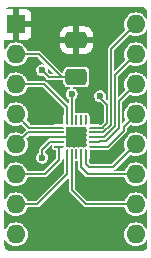
<source format=gbr>
%TF.GenerationSoftware,KiCad,Pcbnew,8.0.3*%
%TF.CreationDate,2024-10-02T14:15:04+10:00*%
%TF.ProjectId,attiny16-breakout,61747469-6e79-4313-962d-627265616b6f,rev?*%
%TF.SameCoordinates,Original*%
%TF.FileFunction,Copper,L1,Top*%
%TF.FilePolarity,Positive*%
%FSLAX46Y46*%
G04 Gerber Fmt 4.6, Leading zero omitted, Abs format (unit mm)*
G04 Created by KiCad (PCBNEW 8.0.3) date 2024-10-02 14:15:04*
%MOMM*%
%LPD*%
G01*
G04 APERTURE LIST*
G04 Aperture macros list*
%AMRoundRect*
0 Rectangle with rounded corners*
0 $1 Rounding radius*
0 $2 $3 $4 $5 $6 $7 $8 $9 X,Y pos of 4 corners*
0 Add a 4 corners polygon primitive as box body*
4,1,4,$2,$3,$4,$5,$6,$7,$8,$9,$2,$3,0*
0 Add four circle primitives for the rounded corners*
1,1,$1+$1,$2,$3*
1,1,$1+$1,$4,$5*
1,1,$1+$1,$6,$7*
1,1,$1+$1,$8,$9*
0 Add four rect primitives between the rounded corners*
20,1,$1+$1,$2,$3,$4,$5,0*
20,1,$1+$1,$4,$5,$6,$7,0*
20,1,$1+$1,$6,$7,$8,$9,0*
20,1,$1+$1,$8,$9,$2,$3,0*%
%AMFreePoly0*
4,1,14,0.334644,0.085355,0.385355,0.034644,0.400000,-0.000711,0.400000,-0.050000,0.385355,-0.085355,0.350000,-0.100000,-0.350000,-0.100000,-0.385355,-0.085355,-0.400000,-0.050000,-0.400000,0.050000,-0.385355,0.085355,-0.350000,0.100000,0.299289,0.100000,0.334644,0.085355,0.334644,0.085355,$1*%
%AMFreePoly1*
4,1,14,0.385355,0.085355,0.400000,0.050000,0.400000,0.000711,0.385355,-0.034644,0.334644,-0.085355,0.299289,-0.100000,-0.350000,-0.100000,-0.385355,-0.085355,-0.400000,-0.050000,-0.400000,0.050000,-0.385355,0.085355,-0.350000,0.100000,0.350000,0.100000,0.385355,0.085355,0.385355,0.085355,$1*%
%AMFreePoly2*
4,1,14,0.085355,0.385355,0.100000,0.350000,0.100000,-0.350000,0.085355,-0.385355,0.050000,-0.400000,-0.050000,-0.400000,-0.085355,-0.385355,-0.100000,-0.350000,-0.100000,0.299289,-0.085355,0.334644,-0.034644,0.385355,0.000711,0.400000,0.050000,0.400000,0.085355,0.385355,0.085355,0.385355,$1*%
%AMFreePoly3*
4,1,14,0.034644,0.385355,0.085355,0.334644,0.100000,0.299289,0.100000,-0.350000,0.085355,-0.385355,0.050000,-0.400000,-0.050000,-0.400000,-0.085355,-0.385355,-0.100000,-0.350000,-0.100000,0.350000,-0.085355,0.385355,-0.050000,0.400000,-0.000711,0.400000,0.034644,0.385355,0.034644,0.385355,$1*%
%AMFreePoly4*
4,1,14,0.385355,0.085355,0.400000,0.050000,0.400000,-0.050000,0.385355,-0.085355,0.350000,-0.100000,-0.299289,-0.100000,-0.334644,-0.085355,-0.385355,-0.034644,-0.400000,0.000711,-0.400000,0.050000,-0.385355,0.085355,-0.350000,0.100000,0.350000,0.100000,0.385355,0.085355,0.385355,0.085355,$1*%
%AMFreePoly5*
4,1,14,0.385355,0.085355,0.400000,0.050000,0.400000,-0.050000,0.385355,-0.085355,0.350000,-0.100000,-0.350000,-0.100000,-0.385355,-0.085355,-0.400000,-0.050000,-0.400000,-0.000711,-0.385355,0.034644,-0.334644,0.085355,-0.299289,0.100000,0.350000,0.100000,0.385355,0.085355,0.385355,0.085355,$1*%
%AMFreePoly6*
4,1,14,0.085355,0.385355,0.100000,0.350000,0.100000,-0.299289,0.085355,-0.334644,0.034644,-0.385355,-0.000711,-0.400000,-0.050000,-0.400000,-0.085355,-0.385355,-0.100000,-0.350000,-0.100000,0.350000,-0.085355,0.385355,-0.050000,0.400000,0.050000,0.400000,0.085355,0.385355,0.085355,0.385355,$1*%
%AMFreePoly7*
4,1,14,0.085355,0.385355,0.100000,0.350000,0.100000,-0.350000,0.085355,-0.385355,0.050000,-0.400000,0.000711,-0.400000,-0.034644,-0.385355,-0.085355,-0.334644,-0.100000,-0.299289,-0.100000,0.350000,-0.085355,0.385355,-0.050000,0.400000,0.050000,0.400000,0.085355,0.385355,0.085355,0.385355,$1*%
G04 Aperture macros list end*
%TA.AperFunction,SMDPad,CuDef*%
%ADD10RoundRect,0.250000X0.650000X-0.412500X0.650000X0.412500X-0.650000X0.412500X-0.650000X-0.412500X0*%
%TD*%
%TA.AperFunction,SMDPad,CuDef*%
%ADD11FreePoly0,0.000000*%
%TD*%
%TA.AperFunction,SMDPad,CuDef*%
%ADD12RoundRect,0.050000X-0.350000X-0.050000X0.350000X-0.050000X0.350000X0.050000X-0.350000X0.050000X0*%
%TD*%
%TA.AperFunction,SMDPad,CuDef*%
%ADD13FreePoly1,0.000000*%
%TD*%
%TA.AperFunction,SMDPad,CuDef*%
%ADD14FreePoly2,0.000000*%
%TD*%
%TA.AperFunction,SMDPad,CuDef*%
%ADD15RoundRect,0.050000X-0.050000X-0.350000X0.050000X-0.350000X0.050000X0.350000X-0.050000X0.350000X0*%
%TD*%
%TA.AperFunction,SMDPad,CuDef*%
%ADD16FreePoly3,0.000000*%
%TD*%
%TA.AperFunction,SMDPad,CuDef*%
%ADD17FreePoly4,0.000000*%
%TD*%
%TA.AperFunction,SMDPad,CuDef*%
%ADD18FreePoly5,0.000000*%
%TD*%
%TA.AperFunction,SMDPad,CuDef*%
%ADD19FreePoly6,0.000000*%
%TD*%
%TA.AperFunction,SMDPad,CuDef*%
%ADD20FreePoly7,0.000000*%
%TD*%
%TA.AperFunction,HeatsinkPad*%
%ADD21R,1.700000X1.700000*%
%TD*%
%TA.AperFunction,ComponentPad*%
%ADD22R,1.600000X1.600000*%
%TD*%
%TA.AperFunction,ComponentPad*%
%ADD23O,1.600000X1.600000*%
%TD*%
%TA.AperFunction,ViaPad*%
%ADD24C,0.600000*%
%TD*%
%TA.AperFunction,Conductor*%
%ADD25C,0.127000*%
%TD*%
G04 APERTURE END LIST*
D10*
%TO.P,C1,1*%
%TO.N,VCC*%
X151000000Y-95462500D03*
%TO.P,C1,2*%
%TO.N,GND*%
X151000000Y-92337500D03*
%TD*%
D11*
%TO.P,U1,1,PA2*%
%TO.N,Net-(J1-Pin_4)*%
X149550000Y-99750000D03*
D12*
%TO.P,U1,2,PA3*%
%TO.N,Net-(J1-Pin_5)*%
X149550000Y-100150000D03*
%TO.P,U1,3,GND*%
%TO.N,GND*%
X149550000Y-100550000D03*
%TO.P,U1,4,VCC*%
%TO.N,VCC*%
X149550000Y-100950000D03*
D13*
%TO.P,U1,5,PA4*%
%TO.N,Net-(J1-Pin_6)*%
X149550000Y-101350000D03*
D14*
%TO.P,U1,6,PA5*%
%TO.N,Net-(J1-Pin_7)*%
X150200000Y-102000000D03*
D15*
%TO.P,U1,7,PA6*%
%TO.N,Net-(J1-Pin_10)*%
X150600000Y-102000000D03*
%TO.P,U1,8,PA7*%
%TO.N,unconnected-(U1-PA7-Pad8)*%
X151000000Y-102000000D03*
%TO.P,U1,9,PB5*%
%TO.N,Net-(J1-Pin_11)*%
X151400000Y-102000000D03*
D16*
%TO.P,U1,10,PB4*%
%TO.N,Net-(J1-Pin_12)*%
X151800000Y-102000000D03*
D17*
%TO.P,U1,11,PB3*%
%TO.N,Net-(J1-Pin_13)*%
X152450000Y-101350000D03*
D12*
%TO.P,U1,12,PB2*%
%TO.N,Net-(J1-Pin_14)*%
X152450000Y-100950000D03*
%TO.P,U1,13,PB1*%
%TO.N,Net-(J1-Pin_15)*%
X152450000Y-100550000D03*
%TO.P,U1,14,PB0*%
%TO.N,Net-(J1-Pin_16)*%
X152450000Y-100150000D03*
D18*
%TO.P,U1,15,PC0*%
%TO.N,Net-(J1-Pin_9)*%
X152450000Y-99750000D03*
D19*
%TO.P,U1,16,PC1*%
%TO.N,unconnected-(U1-PC1-Pad16)*%
X151800000Y-99100000D03*
D15*
%TO.P,U1,17,PC2*%
%TO.N,unconnected-(U1-PC2-Pad17)*%
X151400000Y-99100000D03*
%TO.P,U1,18,PC3*%
%TO.N,unconnected-(U1-PC3-Pad18)*%
X151000000Y-99100000D03*
%TO.P,U1,19,~{RESET}/PA0*%
%TO.N,Net-(J1-Pin_8)*%
X150600000Y-99100000D03*
D20*
%TO.P,U1,20,PA1*%
%TO.N,Net-(J1-Pin_3)*%
X150200000Y-99100000D03*
D21*
%TO.P,U1,21,GND*%
%TO.N,GND*%
X151000000Y-100550000D03*
%TD*%
D22*
%TO.P,J1,1,Pin_1*%
%TO.N,GND*%
X145880000Y-91000000D03*
D23*
%TO.P,J1,2,Pin_2*%
%TO.N,VCC*%
X145880000Y-93540000D03*
%TO.P,J1,3,Pin_3*%
%TO.N,Net-(J1-Pin_3)*%
X145880000Y-96080000D03*
%TO.P,J1,4,Pin_4*%
%TO.N,Net-(J1-Pin_4)*%
X145880000Y-98620000D03*
%TO.P,J1,5,Pin_5*%
%TO.N,Net-(J1-Pin_5)*%
X145880000Y-101160000D03*
%TO.P,J1,6,Pin_6*%
%TO.N,Net-(J1-Pin_6)*%
X145880000Y-103700000D03*
%TO.P,J1,7,Pin_7*%
%TO.N,Net-(J1-Pin_7)*%
X145880000Y-106240000D03*
%TO.P,J1,8,Pin_8*%
%TO.N,Net-(J1-Pin_8)*%
X145880000Y-108780000D03*
%TO.P,J1,9,Pin_9*%
%TO.N,Net-(J1-Pin_9)*%
X156040000Y-108780000D03*
%TO.P,J1,10,Pin_10*%
%TO.N,Net-(J1-Pin_10)*%
X156040000Y-106240000D03*
%TO.P,J1,11,Pin_11*%
%TO.N,Net-(J1-Pin_11)*%
X156040000Y-103700000D03*
%TO.P,J1,12,Pin_12*%
%TO.N,Net-(J1-Pin_12)*%
X156040000Y-101160000D03*
%TO.P,J1,13,Pin_13*%
%TO.N,Net-(J1-Pin_13)*%
X156040000Y-98620000D03*
%TO.P,J1,14,Pin_14*%
%TO.N,Net-(J1-Pin_14)*%
X156040000Y-96080000D03*
%TO.P,J1,15,Pin_15*%
%TO.N,Net-(J1-Pin_15)*%
X156040000Y-93540000D03*
%TO.P,J1,16,Pin_16*%
%TO.N,Net-(J1-Pin_16)*%
X156040000Y-91000000D03*
%TD*%
D24*
%TO.N,GND*%
X146900000Y-102350000D03*
X148100000Y-91950000D03*
%TO.N,VCC*%
X148100000Y-94900000D03*
X148100000Y-102300000D03*
%TO.N,Net-(J1-Pin_8)*%
X150600000Y-96900000D03*
%TO.N,Net-(J1-Pin_9)*%
X153000000Y-97100000D03*
%TD*%
D25*
%TO.N,GND*%
X148100000Y-91950000D02*
X147150000Y-91000000D01*
X147150000Y-91000000D02*
X145880000Y-91000000D01*
%TO.N,VCC*%
X151000000Y-95462500D02*
X149762500Y-95462500D01*
X148100000Y-94900000D02*
X148662500Y-95462500D01*
X148662500Y-95462500D02*
X151000000Y-95462500D01*
X148100000Y-102300000D02*
X148100000Y-101600000D01*
X148750000Y-100950000D02*
X149550000Y-100950000D01*
X149762500Y-95462500D02*
X147840000Y-93540000D01*
X148100000Y-101600000D02*
X148750000Y-100950000D01*
X147840000Y-93540000D02*
X145880000Y-93540000D01*
%TO.N,Net-(J1-Pin_8)*%
X150600000Y-99100000D02*
X150600000Y-96900000D01*
%TO.N,Net-(J1-Pin_12)*%
X151800000Y-102800000D02*
X152100000Y-103100000D01*
X152100000Y-103100000D02*
X154100000Y-103100000D01*
X151800000Y-102000000D02*
X151800000Y-102800000D01*
X154100000Y-103100000D02*
X156040000Y-101160000D01*
%TO.N,Net-(J1-Pin_5)*%
X149550000Y-100150000D02*
X146890000Y-100150000D01*
X146890000Y-100150000D02*
X145880000Y-101160000D01*
%TO.N,Net-(J1-Pin_15)*%
X154273000Y-99627000D02*
X154273000Y-95307000D01*
X153350000Y-100550000D02*
X154273000Y-99627000D01*
X152450000Y-100550000D02*
X153350000Y-100550000D01*
X154273000Y-95307000D02*
X156040000Y-93540000D01*
%TO.N,Net-(J1-Pin_16)*%
X153946000Y-99491552D02*
X153946000Y-93094000D01*
X152450000Y-100150000D02*
X153287552Y-100150000D01*
X153946000Y-93094000D02*
X156040000Y-91000000D01*
X153287552Y-100150000D02*
X153946000Y-99491552D01*
%TO.N,Net-(J1-Pin_4)*%
X149550000Y-99750000D02*
X147010000Y-99750000D01*
X147010000Y-99750000D02*
X145880000Y-98620000D01*
%TO.N,Net-(J1-Pin_10)*%
X150600000Y-102000000D02*
X150600000Y-105000000D01*
X150600000Y-105000000D02*
X151840000Y-106240000D01*
X151840000Y-106240000D02*
X156040000Y-106240000D01*
%TO.N,Net-(J1-Pin_7)*%
X147660000Y-106240000D02*
X145880000Y-106240000D01*
X150200000Y-103700000D02*
X147660000Y-106240000D01*
X150200000Y-102000000D02*
X150200000Y-103700000D01*
%TO.N,Net-(J1-Pin_6)*%
X149550000Y-101350000D02*
X149550000Y-102450000D01*
X148300000Y-103700000D02*
X145880000Y-103700000D01*
X149550000Y-102450000D02*
X148300000Y-103700000D01*
%TO.N,Net-(J1-Pin_3)*%
X148280000Y-96080000D02*
X145880000Y-96080000D01*
X150200000Y-99100000D02*
X150200000Y-98000000D01*
X150200000Y-98000000D02*
X148280000Y-96080000D01*
%TO.N,Net-(J1-Pin_9)*%
X153000000Y-97200000D02*
X153000000Y-97100000D01*
X152450000Y-99750000D02*
X153225104Y-99750000D01*
X153600000Y-97800000D02*
X153000000Y-97200000D01*
X153600000Y-99375104D02*
X153600000Y-97800000D01*
X153287552Y-99687552D02*
X153600000Y-99375104D01*
X153225104Y-99750000D02*
X153287552Y-99687552D01*
%TO.N,Net-(J1-Pin_11)*%
X152000000Y-103700000D02*
X156040000Y-103700000D01*
X151400000Y-102000000D02*
X151400000Y-103100000D01*
X151400000Y-103100000D02*
X152000000Y-103700000D01*
%TO.N,Net-(J1-Pin_14)*%
X152894742Y-100950000D02*
X152944742Y-100900000D01*
X152450000Y-100950000D02*
X152894742Y-100950000D01*
X152944742Y-100900000D02*
X153500000Y-100900000D01*
X153500000Y-100900000D02*
X154600000Y-99800000D01*
X154600000Y-97520000D02*
X156040000Y-96080000D01*
X154600000Y-99800000D02*
X154600000Y-97520000D01*
%TO.N,Net-(J1-Pin_13)*%
X155000000Y-99660000D02*
X156040000Y-98620000D01*
X153650000Y-101350000D02*
X155000000Y-100000000D01*
X155000000Y-100000000D02*
X155000000Y-99660000D01*
X152450000Y-101350000D02*
X153650000Y-101350000D01*
%TD*%
%TA.AperFunction,Conductor*%
%TO.N,GND*%
G36*
X151227219Y-99669234D02*
G01*
X151252260Y-99685966D01*
X151325326Y-99700500D01*
X151474674Y-99700500D01*
X151547740Y-99685966D01*
X151568556Y-99672056D01*
X151605337Y-99664739D01*
X151624133Y-99672835D01*
X151632468Y-99678749D01*
X151671359Y-99694858D01*
X151750000Y-99710500D01*
X151750003Y-99710500D01*
X151790500Y-99710500D01*
X151825148Y-99724852D01*
X151839500Y-99759500D01*
X151839500Y-99800000D01*
X151850510Y-99855351D01*
X151855142Y-99878641D01*
X151855142Y-99878642D01*
X151871249Y-99917529D01*
X151878295Y-99928743D01*
X151884576Y-99965717D01*
X151877548Y-99982033D01*
X151864033Y-100002260D01*
X151849500Y-100075322D01*
X151849500Y-100224677D01*
X151864033Y-100297739D01*
X151880763Y-100322778D01*
X151888079Y-100359560D01*
X151880763Y-100377222D01*
X151864033Y-100402260D01*
X151849500Y-100475322D01*
X151849500Y-100624677D01*
X151864033Y-100697739D01*
X151880763Y-100722778D01*
X151888079Y-100759560D01*
X151880763Y-100777222D01*
X151864033Y-100802260D01*
X151849500Y-100875322D01*
X151849500Y-101024677D01*
X151864033Y-101097738D01*
X151877943Y-101118556D01*
X151885259Y-101155339D01*
X151877166Y-101174131D01*
X151871249Y-101182470D01*
X151855142Y-101221357D01*
X151855142Y-101221358D01*
X151855142Y-101221359D01*
X151839500Y-101300000D01*
X151839500Y-101300003D01*
X151839500Y-101340500D01*
X151825148Y-101375148D01*
X151790500Y-101389500D01*
X151750000Y-101389500D01*
X151697231Y-101399996D01*
X151671358Y-101405142D01*
X151671357Y-101405142D01*
X151632468Y-101421250D01*
X151621254Y-101428296D01*
X151584281Y-101434576D01*
X151567965Y-101427548D01*
X151567389Y-101427163D01*
X151547740Y-101414034D01*
X151547737Y-101414033D01*
X151474677Y-101399500D01*
X151474674Y-101399500D01*
X151325326Y-101399500D01*
X151325322Y-101399500D01*
X151252260Y-101414033D01*
X151227222Y-101430763D01*
X151190440Y-101438079D01*
X151172778Y-101430763D01*
X151147739Y-101414033D01*
X151074677Y-101399500D01*
X151074674Y-101399500D01*
X150925326Y-101399500D01*
X150925322Y-101399500D01*
X150852260Y-101414033D01*
X150827222Y-101430763D01*
X150790440Y-101438079D01*
X150772778Y-101430763D01*
X150747739Y-101414033D01*
X150674677Y-101399500D01*
X150674674Y-101399500D01*
X150525326Y-101399500D01*
X150525322Y-101399500D01*
X150452262Y-101414033D01*
X150452260Y-101414033D01*
X150452260Y-101414034D01*
X150431441Y-101427944D01*
X150394659Y-101435259D01*
X150375865Y-101427163D01*
X150367534Y-101421251D01*
X150367532Y-101421250D01*
X150328642Y-101405142D01*
X150302769Y-101399996D01*
X150250000Y-101389500D01*
X150209500Y-101389500D01*
X150174852Y-101375148D01*
X150160500Y-101340500D01*
X150160500Y-101300003D01*
X150160500Y-101300000D01*
X150144858Y-101221359D01*
X150128749Y-101182468D01*
X150121704Y-101171257D01*
X150115421Y-101134286D01*
X150122448Y-101117970D01*
X150127067Y-101111056D01*
X150149832Y-101092699D01*
X150172096Y-101083920D01*
X150292564Y-100992564D01*
X150383919Y-100872097D01*
X150439387Y-100731440D01*
X150449167Y-100650000D01*
X149932013Y-100650000D01*
X149927089Y-100649516D01*
X149927068Y-100649736D01*
X149924675Y-100649500D01*
X149924674Y-100649500D01*
X149175326Y-100649500D01*
X149175324Y-100649500D01*
X149172932Y-100649736D01*
X149172910Y-100649516D01*
X149167987Y-100650000D01*
X148650832Y-100650000D01*
X148652731Y-100665808D01*
X148642614Y-100701920D01*
X148622834Y-100716920D01*
X148600455Y-100726190D01*
X147950456Y-101376192D01*
X147876193Y-101450453D01*
X147876193Y-101450454D01*
X147836000Y-101547485D01*
X147836000Y-101847959D01*
X147821648Y-101882607D01*
X147813492Y-101889180D01*
X147768872Y-101917856D01*
X147674625Y-102026623D01*
X147674624Y-102026625D01*
X147614833Y-102157545D01*
X147594353Y-102299997D01*
X147594353Y-102300002D01*
X147614833Y-102442454D01*
X147646935Y-102512746D01*
X147674623Y-102573373D01*
X147674624Y-102573374D01*
X147674625Y-102573376D01*
X147731009Y-102638447D01*
X147768872Y-102682143D01*
X147889947Y-102759953D01*
X147966785Y-102782514D01*
X148028034Y-102800499D01*
X148028037Y-102800499D01*
X148028039Y-102800500D01*
X148028040Y-102800500D01*
X148171960Y-102800500D01*
X148171961Y-102800500D01*
X148171963Y-102800499D01*
X148171965Y-102800499D01*
X148194795Y-102793795D01*
X148310053Y-102759953D01*
X148431128Y-102682143D01*
X148525377Y-102573373D01*
X148585165Y-102442457D01*
X148585165Y-102442455D01*
X148585166Y-102442454D01*
X148605647Y-102300002D01*
X148605647Y-102299997D01*
X148585166Y-102157545D01*
X148553777Y-102088814D01*
X148525377Y-102026627D01*
X148498756Y-101995905D01*
X148431127Y-101917856D01*
X148386508Y-101889180D01*
X148365120Y-101858374D01*
X148364000Y-101847959D01*
X148364000Y-101729648D01*
X148378352Y-101695000D01*
X148845001Y-101228352D01*
X148879649Y-101214000D01*
X148896900Y-101214000D01*
X148931548Y-101228352D01*
X148945900Y-101263000D01*
X148944958Y-101272559D01*
X148939500Y-101299994D01*
X148939500Y-101300000D01*
X148939500Y-101400000D01*
X148949536Y-101450456D01*
X148955142Y-101478641D01*
X148955142Y-101478642D01*
X148971250Y-101517531D01*
X149007879Y-101575826D01*
X149007880Y-101575827D01*
X149082465Y-101628747D01*
X149082467Y-101628749D01*
X149100082Y-101636045D01*
X149121359Y-101644858D01*
X149200000Y-101660500D01*
X149237000Y-101660500D01*
X149271648Y-101674852D01*
X149286000Y-101709500D01*
X149286000Y-102320351D01*
X149271648Y-102354999D01*
X148205000Y-103421648D01*
X148170352Y-103436000D01*
X146881777Y-103436000D01*
X146847129Y-103421648D01*
X146834887Y-103401224D01*
X146821421Y-103356833D01*
X146808814Y-103315273D01*
X146715910Y-103141462D01*
X146715907Y-103141458D01*
X146715905Y-103141455D01*
X146638786Y-103047487D01*
X146590883Y-102989117D01*
X146519227Y-102930310D01*
X146438544Y-102864094D01*
X146438541Y-102864092D01*
X146438539Y-102864091D01*
X146438538Y-102864090D01*
X146319568Y-102800499D01*
X146264726Y-102771185D01*
X146076132Y-102713976D01*
X145880000Y-102694659D01*
X145683867Y-102713976D01*
X145683866Y-102713976D01*
X145495273Y-102771185D01*
X145321458Y-102864092D01*
X145321455Y-102864094D01*
X145169117Y-102989117D01*
X145044094Y-103141455D01*
X145044092Y-103141458D01*
X145025060Y-103177064D01*
X145005061Y-103214481D01*
X144992714Y-103237580D01*
X144963724Y-103261371D01*
X144926401Y-103257695D01*
X144902610Y-103228705D01*
X144900500Y-103214481D01*
X144900500Y-101645518D01*
X144914852Y-101610870D01*
X144949500Y-101596518D01*
X144984148Y-101610870D01*
X144992714Y-101622420D01*
X145044089Y-101718537D01*
X145044094Y-101718544D01*
X145110310Y-101799227D01*
X145169117Y-101870883D01*
X145226355Y-101917857D01*
X145321455Y-101995905D01*
X145321458Y-101995907D01*
X145321462Y-101995910D01*
X145495273Y-102088814D01*
X145683868Y-102146024D01*
X145880000Y-102165341D01*
X146076132Y-102146024D01*
X146264727Y-102088814D01*
X146438538Y-101995910D01*
X146590883Y-101870883D01*
X146715910Y-101718538D01*
X146808814Y-101544727D01*
X146866024Y-101356132D01*
X146885341Y-101160000D01*
X146866024Y-100963868D01*
X146808814Y-100775273D01*
X146780755Y-100722778D01*
X146766473Y-100696059D01*
X146762797Y-100658736D01*
X146775037Y-100638314D01*
X146985001Y-100428352D01*
X147019649Y-100414000D01*
X148599919Y-100414000D01*
X148634567Y-100428352D01*
X148637139Y-100434562D01*
X148650833Y-100450000D01*
X149167987Y-100450000D01*
X149172910Y-100450483D01*
X149172932Y-100450264D01*
X149175325Y-100450499D01*
X149175326Y-100450500D01*
X149175327Y-100450500D01*
X149924673Y-100450500D01*
X149924674Y-100450500D01*
X149924674Y-100450499D01*
X149927068Y-100450264D01*
X149927089Y-100450483D01*
X149932013Y-100450000D01*
X150449167Y-100450000D01*
X150449167Y-100449999D01*
X150439387Y-100368559D01*
X150383919Y-100227902D01*
X150292564Y-100107435D01*
X150172094Y-100016078D01*
X150149830Y-100007298D01*
X150127065Y-99988939D01*
X150122055Y-99981441D01*
X150114740Y-99944661D01*
X150122838Y-99925862D01*
X150128749Y-99917532D01*
X150140153Y-99889999D01*
X150144858Y-99878641D01*
X150160500Y-99800000D01*
X150160500Y-99759500D01*
X150174852Y-99724852D01*
X150209500Y-99710500D01*
X150249997Y-99710500D01*
X150250000Y-99710500D01*
X150328641Y-99694858D01*
X150367532Y-99678749D01*
X150378740Y-99671705D01*
X150415712Y-99665422D01*
X150432034Y-99672451D01*
X150452260Y-99685966D01*
X150525326Y-99700500D01*
X150674674Y-99700500D01*
X150747740Y-99685966D01*
X150772778Y-99669235D01*
X150809559Y-99661919D01*
X150827219Y-99669234D01*
X150852260Y-99685966D01*
X150925326Y-99700500D01*
X151074674Y-99700500D01*
X151147740Y-99685966D01*
X151172778Y-99669235D01*
X151209559Y-99661919D01*
X151227219Y-99669234D01*
G37*
%TD.AperFunction*%
%TA.AperFunction,Conductor*%
G36*
X156502733Y-89500808D02*
G01*
X156605665Y-89512406D01*
X156616361Y-89514847D01*
X156711519Y-89548144D01*
X156721393Y-89552899D01*
X156806759Y-89606538D01*
X156815337Y-89613379D01*
X156886620Y-89684662D01*
X156893461Y-89693240D01*
X156947097Y-89778600D01*
X156951858Y-89788487D01*
X156985151Y-89883637D01*
X156987593Y-89894333D01*
X156999192Y-89997265D01*
X156999500Y-90002752D01*
X156999500Y-90477064D01*
X156985148Y-90511712D01*
X156950500Y-90526064D01*
X156915852Y-90511712D01*
X156907286Y-90500163D01*
X156875910Y-90441462D01*
X156875907Y-90441458D01*
X156875905Y-90441455D01*
X156822537Y-90376427D01*
X156750883Y-90289117D01*
X156679227Y-90230310D01*
X156598544Y-90164094D01*
X156598541Y-90164092D01*
X156598539Y-90164091D01*
X156598538Y-90164090D01*
X156518592Y-90121358D01*
X156424726Y-90071185D01*
X156236132Y-90013976D01*
X156040000Y-89994659D01*
X155843867Y-90013976D01*
X155843866Y-90013976D01*
X155655273Y-90071185D01*
X155481458Y-90164092D01*
X155481455Y-90164094D01*
X155329117Y-90289117D01*
X155204094Y-90441455D01*
X155204092Y-90441458D01*
X155111185Y-90615273D01*
X155053976Y-90803866D01*
X155053976Y-90803867D01*
X155034659Y-90999999D01*
X155034659Y-91000000D01*
X155053976Y-91196132D01*
X155053976Y-91196133D01*
X155111186Y-91384728D01*
X155153526Y-91463940D01*
X155157202Y-91501262D01*
X155144960Y-91521686D01*
X153796456Y-92870192D01*
X153722193Y-92944453D01*
X153722193Y-92944454D01*
X153682000Y-93041485D01*
X153682000Y-97390352D01*
X153667648Y-97425000D01*
X153633000Y-97439352D01*
X153598352Y-97425000D01*
X153487478Y-97314126D01*
X153473126Y-97279478D01*
X153477554Y-97259122D01*
X153485166Y-97242454D01*
X153505647Y-97100002D01*
X153505647Y-97099997D01*
X153485166Y-96957545D01*
X153480751Y-96947879D01*
X153425377Y-96826627D01*
X153331128Y-96717857D01*
X153210053Y-96640047D01*
X153210050Y-96640046D01*
X153071965Y-96599500D01*
X153071961Y-96599500D01*
X152928039Y-96599500D01*
X152928034Y-96599500D01*
X152789949Y-96640046D01*
X152668871Y-96717857D01*
X152574625Y-96826623D01*
X152574624Y-96826625D01*
X152514833Y-96957545D01*
X152494353Y-97099997D01*
X152494353Y-97100002D01*
X152514833Y-97242454D01*
X152531742Y-97279478D01*
X152574623Y-97373373D01*
X152574624Y-97373374D01*
X152574625Y-97373376D01*
X152668871Y-97482142D01*
X152668872Y-97482143D01*
X152789947Y-97559953D01*
X152866785Y-97582514D01*
X152928034Y-97600499D01*
X152928037Y-97600499D01*
X152928039Y-97600500D01*
X153006852Y-97600500D01*
X153041500Y-97614852D01*
X153321648Y-97895000D01*
X153336000Y-97929648D01*
X153336000Y-99245455D01*
X153321648Y-99280103D01*
X153130103Y-99471648D01*
X153095455Y-99486000D01*
X152953937Y-99486000D01*
X152925584Y-99476964D01*
X152923615Y-99475567D01*
X152917532Y-99471251D01*
X152917530Y-99471250D01*
X152917529Y-99471249D01*
X152878642Y-99455142D01*
X152850190Y-99449483D01*
X152800000Y-99439500D01*
X152159500Y-99439500D01*
X152124852Y-99425148D01*
X152110500Y-99390500D01*
X152110500Y-98750003D01*
X152110500Y-98750000D01*
X152094858Y-98671359D01*
X152078749Y-98632468D01*
X152055874Y-98596063D01*
X152042120Y-98574173D01*
X152042119Y-98574172D01*
X151967534Y-98521252D01*
X151967532Y-98521250D01*
X151928642Y-98505142D01*
X151908980Y-98501231D01*
X151850000Y-98489500D01*
X151750000Y-98489500D01*
X151691019Y-98501231D01*
X151671358Y-98505142D01*
X151671357Y-98505142D01*
X151632468Y-98521250D01*
X151621254Y-98528296D01*
X151584281Y-98534576D01*
X151567965Y-98527548D01*
X151547740Y-98514034D01*
X151547737Y-98514033D01*
X151474677Y-98499500D01*
X151474674Y-98499500D01*
X151325326Y-98499500D01*
X151325322Y-98499500D01*
X151252260Y-98514033D01*
X151227222Y-98530763D01*
X151190440Y-98538079D01*
X151172778Y-98530763D01*
X151147739Y-98514033D01*
X151074677Y-98499500D01*
X151074674Y-98499500D01*
X150925326Y-98499500D01*
X150925318Y-98499500D01*
X150922550Y-98500051D01*
X150885769Y-98492728D01*
X150864940Y-98461541D01*
X150864000Y-98451991D01*
X150864000Y-97352039D01*
X150878352Y-97317391D01*
X150886505Y-97310819D01*
X150931128Y-97282143D01*
X151025377Y-97173373D01*
X151085165Y-97042457D01*
X151085165Y-97042455D01*
X151085166Y-97042454D01*
X151105647Y-96900002D01*
X151105647Y-96899997D01*
X151085166Y-96757545D01*
X151067041Y-96717857D01*
X151025377Y-96626627D01*
X150986068Y-96581262D01*
X150931128Y-96517857D01*
X150929044Y-96516518D01*
X150810053Y-96440047D01*
X150810050Y-96440046D01*
X150746939Y-96421515D01*
X150717738Y-96397983D01*
X150713729Y-96360695D01*
X150737261Y-96331494D01*
X150760744Y-96325500D01*
X151704256Y-96325500D01*
X151704266Y-96325500D01*
X151734699Y-96322646D01*
X151862882Y-96277793D01*
X151865132Y-96276133D01*
X151972150Y-96197150D01*
X152052791Y-96087885D01*
X152052791Y-96087884D01*
X152052793Y-96087882D01*
X152097646Y-95959699D01*
X152100500Y-95929266D01*
X152100500Y-94995734D01*
X152097646Y-94965301D01*
X152074796Y-94900000D01*
X152052795Y-94837123D01*
X152052791Y-94837114D01*
X151972150Y-94727849D01*
X151862885Y-94647208D01*
X151862876Y-94647204D01*
X151734698Y-94602353D01*
X151704275Y-94599500D01*
X151704266Y-94599500D01*
X150295734Y-94599500D01*
X150295724Y-94599500D01*
X150265301Y-94602353D01*
X150265300Y-94602353D01*
X150137123Y-94647204D01*
X150137114Y-94647208D01*
X150027849Y-94727849D01*
X149947208Y-94837114D01*
X149947204Y-94837123D01*
X149902353Y-94965300D01*
X149902353Y-94965301D01*
X149899500Y-94995724D01*
X149899500Y-95107851D01*
X149885148Y-95142499D01*
X149850500Y-95156851D01*
X149815852Y-95142499D01*
X147989547Y-93316194D01*
X147989545Y-93316193D01*
X147989544Y-93316192D01*
X147932706Y-93292648D01*
X147892514Y-93276000D01*
X147892513Y-93276000D01*
X146881777Y-93276000D01*
X146847129Y-93261648D01*
X146834887Y-93241224D01*
X146827946Y-93218343D01*
X146808814Y-93155273D01*
X146715910Y-92981462D01*
X146715907Y-92981458D01*
X146715905Y-92981455D01*
X146662537Y-92916427D01*
X146590883Y-92829117D01*
X146555380Y-92799980D01*
X149600001Y-92799980D01*
X149610493Y-92902693D01*
X149665642Y-93069122D01*
X149757682Y-93218343D01*
X149881656Y-93342317D01*
X150030877Y-93434357D01*
X150197306Y-93489506D01*
X150300018Y-93499999D01*
X150749999Y-93499999D01*
X151250000Y-93499999D01*
X151699980Y-93499999D01*
X151802693Y-93489506D01*
X151969122Y-93434357D01*
X152118343Y-93342317D01*
X152242317Y-93218343D01*
X152334357Y-93069122D01*
X152389506Y-92902693D01*
X152400000Y-92799981D01*
X152400000Y-92587500D01*
X151250000Y-92587500D01*
X151250000Y-93499999D01*
X150749999Y-93499999D01*
X150750000Y-93499998D01*
X150750000Y-92587500D01*
X149600001Y-92587500D01*
X149600001Y-92799980D01*
X146555380Y-92799980D01*
X146519227Y-92770310D01*
X146438544Y-92704094D01*
X146438541Y-92704092D01*
X146438539Y-92704091D01*
X146438538Y-92704090D01*
X146358592Y-92661358D01*
X146264726Y-92611185D01*
X146076132Y-92553976D01*
X145880000Y-92534659D01*
X145683867Y-92553976D01*
X145683866Y-92553976D01*
X145495273Y-92611185D01*
X145321458Y-92704092D01*
X145321455Y-92704094D01*
X145169117Y-92829117D01*
X145044094Y-92981455D01*
X145044092Y-92981458D01*
X145044090Y-92981462D01*
X145005061Y-93054481D01*
X144992714Y-93077580D01*
X144963724Y-93101371D01*
X144926401Y-93097695D01*
X144902610Y-93068705D01*
X144900500Y-93054481D01*
X144900500Y-92337270D01*
X144914852Y-92302622D01*
X144949500Y-92288270D01*
X144966628Y-92291361D01*
X144972626Y-92293598D01*
X145032165Y-92300000D01*
X145630000Y-92300000D01*
X145630000Y-91315686D01*
X145634394Y-91320080D01*
X145725606Y-91372741D01*
X145827339Y-91400000D01*
X145932661Y-91400000D01*
X146034394Y-91372741D01*
X146125606Y-91320080D01*
X146130000Y-91315686D01*
X146130000Y-92300000D01*
X146727834Y-92300000D01*
X146787372Y-92293598D01*
X146787373Y-92293598D01*
X146922091Y-92243351D01*
X147037188Y-92157188D01*
X147123351Y-92042091D01*
X147173598Y-91907373D01*
X147173598Y-91907372D01*
X147177077Y-91875018D01*
X149600000Y-91875018D01*
X149600000Y-92087500D01*
X150750000Y-92087500D01*
X151250000Y-92087500D01*
X152399999Y-92087500D01*
X152399999Y-91875019D01*
X152389506Y-91772306D01*
X152334357Y-91605877D01*
X152242317Y-91456656D01*
X152118343Y-91332682D01*
X151969122Y-91240642D01*
X151802693Y-91185493D01*
X151699981Y-91175000D01*
X151250000Y-91175000D01*
X151250000Y-92087500D01*
X150750000Y-92087500D01*
X150750000Y-91175000D01*
X150300019Y-91175000D01*
X150197306Y-91185493D01*
X150030877Y-91240642D01*
X149881656Y-91332682D01*
X149757682Y-91456656D01*
X149665642Y-91605877D01*
X149610493Y-91772306D01*
X149600000Y-91875018D01*
X147177077Y-91875018D01*
X147180000Y-91847834D01*
X147180000Y-91250000D01*
X146195686Y-91250000D01*
X146200080Y-91245606D01*
X146252741Y-91154394D01*
X146280000Y-91052661D01*
X146280000Y-90947339D01*
X146252741Y-90845606D01*
X146200080Y-90754394D01*
X146195686Y-90750000D01*
X147180000Y-90750000D01*
X147180000Y-90152165D01*
X147173598Y-90092627D01*
X147173598Y-90092626D01*
X147123351Y-89957908D01*
X147037188Y-89842811D01*
X146922091Y-89756648D01*
X146787373Y-89706401D01*
X146727834Y-89700000D01*
X146130000Y-89700000D01*
X146130000Y-90684314D01*
X146125606Y-90679920D01*
X146034394Y-90627259D01*
X145932661Y-90600000D01*
X145827339Y-90600000D01*
X145725606Y-90627259D01*
X145634394Y-90679920D01*
X145630000Y-90684314D01*
X145630000Y-89700000D01*
X145116338Y-89700000D01*
X145081690Y-89685648D01*
X145067338Y-89651000D01*
X145081684Y-89616358D01*
X145084660Y-89613381D01*
X145093235Y-89606541D01*
X145178610Y-89552897D01*
X145188477Y-89548145D01*
X145283640Y-89514847D01*
X145294332Y-89512406D01*
X145397267Y-89500808D01*
X145402753Y-89500500D01*
X145465892Y-89500500D01*
X156434108Y-89500500D01*
X156497247Y-89500500D01*
X156502733Y-89500808D01*
G37*
%TD.AperFunction*%
%TD*%
%TA.AperFunction,NonConductor*%
G36*
X156973598Y-91479721D02*
G01*
X156997390Y-91508711D01*
X156999500Y-91522935D01*
X156999500Y-93017064D01*
X156985148Y-93051712D01*
X156950500Y-93066064D01*
X156915852Y-93051712D01*
X156907286Y-93040163D01*
X156875910Y-92981462D01*
X156875907Y-92981458D01*
X156875905Y-92981455D01*
X156822537Y-92916427D01*
X156750883Y-92829117D01*
X156679227Y-92770310D01*
X156598544Y-92704094D01*
X156598541Y-92704092D01*
X156598539Y-92704091D01*
X156598538Y-92704090D01*
X156518592Y-92661358D01*
X156424726Y-92611185D01*
X156236132Y-92553976D01*
X156040000Y-92534659D01*
X155843867Y-92553976D01*
X155843866Y-92553976D01*
X155655273Y-92611185D01*
X155481458Y-92704092D01*
X155481455Y-92704094D01*
X155329117Y-92829117D01*
X155204094Y-92981455D01*
X155204092Y-92981458D01*
X155111185Y-93155273D01*
X155053976Y-93343866D01*
X155053976Y-93343867D01*
X155034659Y-93539999D01*
X155034659Y-93540000D01*
X155053976Y-93736132D01*
X155053976Y-93736133D01*
X155111186Y-93924728D01*
X155153526Y-94003940D01*
X155157202Y-94041262D01*
X155144960Y-94061686D01*
X154293648Y-94912999D01*
X154259000Y-94927351D01*
X154224352Y-94912999D01*
X154210000Y-94878351D01*
X154210000Y-93223647D01*
X154224351Y-93189000D01*
X155518313Y-91895037D01*
X155552960Y-91880686D01*
X155576055Y-91886471D01*
X155655273Y-91928814D01*
X155843868Y-91986024D01*
X156040000Y-92005341D01*
X156236132Y-91986024D01*
X156424727Y-91928814D01*
X156598538Y-91835910D01*
X156750883Y-91710883D01*
X156875910Y-91558538D01*
X156907286Y-91499836D01*
X156936276Y-91476045D01*
X156973598Y-91479721D01*
G37*
%TD.AperFunction*%
%TA.AperFunction,NonConductor*%
G36*
X148667354Y-94741411D02*
G01*
X148672637Y-94745990D01*
X149041499Y-95114852D01*
X149055851Y-95149500D01*
X149041499Y-95184148D01*
X149006851Y-95198500D01*
X148792148Y-95198500D01*
X148757500Y-95184148D01*
X148606360Y-95033008D01*
X148592008Y-94998360D01*
X148592506Y-94991396D01*
X148605647Y-94900000D01*
X148602534Y-94878351D01*
X148589488Y-94787611D01*
X148598762Y-94751273D01*
X148631016Y-94732137D01*
X148667354Y-94741411D01*
G37*
%TD.AperFunction*%
%TA.AperFunction,NonConductor*%
G36*
X156973598Y-94019721D02*
G01*
X156997390Y-94048711D01*
X156999500Y-94062935D01*
X156999500Y-95557064D01*
X156985148Y-95591712D01*
X156950500Y-95606064D01*
X156915852Y-95591712D01*
X156907286Y-95580163D01*
X156875910Y-95521462D01*
X156875907Y-95521458D01*
X156875905Y-95521455D01*
X156783229Y-95408531D01*
X156750883Y-95369117D01*
X156679227Y-95310310D01*
X156598544Y-95244094D01*
X156598541Y-95244092D01*
X156598539Y-95244091D01*
X156598538Y-95244090D01*
X156466236Y-95173373D01*
X156424726Y-95151185D01*
X156236132Y-95093976D01*
X156040000Y-95074659D01*
X155843867Y-95093976D01*
X155843866Y-95093976D01*
X155655273Y-95151185D01*
X155481458Y-95244092D01*
X155481455Y-95244094D01*
X155329117Y-95369117D01*
X155204094Y-95521455D01*
X155204092Y-95521458D01*
X155111185Y-95695273D01*
X155053976Y-95883866D01*
X155053976Y-95883867D01*
X155034659Y-96079999D01*
X155034659Y-96080000D01*
X155053976Y-96276132D01*
X155053976Y-96276133D01*
X155111186Y-96464728D01*
X155153526Y-96543940D01*
X155157202Y-96581262D01*
X155144960Y-96601686D01*
X154620648Y-97125999D01*
X154586000Y-97140351D01*
X154551352Y-97125999D01*
X154537000Y-97091351D01*
X154537000Y-95436647D01*
X154551351Y-95402000D01*
X155518313Y-94435037D01*
X155552960Y-94420686D01*
X155576055Y-94426471D01*
X155655273Y-94468814D01*
X155843868Y-94526024D01*
X156040000Y-94545341D01*
X156236132Y-94526024D01*
X156424727Y-94468814D01*
X156598538Y-94375910D01*
X156750883Y-94250883D01*
X156875910Y-94098538D01*
X156907286Y-94039836D01*
X156936276Y-94016045D01*
X156973598Y-94019721D01*
G37*
%TD.AperFunction*%
%TA.AperFunction,NonConductor*%
G36*
X147745000Y-93818352D02*
G01*
X148254489Y-94327841D01*
X148268841Y-94362489D01*
X148254489Y-94397137D01*
X148219841Y-94411489D01*
X148206037Y-94409504D01*
X148171967Y-94399501D01*
X148171961Y-94399500D01*
X148028039Y-94399500D01*
X148028034Y-94399500D01*
X147889949Y-94440046D01*
X147768871Y-94517857D01*
X147674625Y-94626623D01*
X147674624Y-94626625D01*
X147614833Y-94757545D01*
X147594353Y-94899997D01*
X147594353Y-94900002D01*
X147614833Y-95042454D01*
X147629541Y-95074659D01*
X147674623Y-95173373D01*
X147674624Y-95173374D01*
X147674625Y-95173376D01*
X147768871Y-95282142D01*
X147768872Y-95282143D01*
X147889947Y-95359953D01*
X147966785Y-95382514D01*
X148028034Y-95400499D01*
X148028037Y-95400499D01*
X148028039Y-95400500D01*
X148028040Y-95400500D01*
X148171958Y-95400500D01*
X148171961Y-95400500D01*
X148186726Y-95396164D01*
X148224013Y-95400172D01*
X148235179Y-95408531D01*
X148438692Y-95612044D01*
X148512953Y-95686306D01*
X148512954Y-95686306D01*
X148512956Y-95686308D01*
X148609987Y-95726500D01*
X149709987Y-95726500D01*
X149709988Y-95726500D01*
X149815013Y-95726500D01*
X149850500Y-95726500D01*
X149885148Y-95740852D01*
X149899500Y-95775500D01*
X149899500Y-95929275D01*
X149902353Y-95959698D01*
X149902353Y-95959699D01*
X149947204Y-96087876D01*
X149947208Y-96087885D01*
X150027849Y-96197150D01*
X150137114Y-96277791D01*
X150137117Y-96277792D01*
X150137118Y-96277793D01*
X150137120Y-96277793D01*
X150137123Y-96277795D01*
X150193832Y-96297638D01*
X150265301Y-96322646D01*
X150295734Y-96325500D01*
X150295744Y-96325500D01*
X150439256Y-96325500D01*
X150473904Y-96339852D01*
X150488256Y-96374500D01*
X150473904Y-96409148D01*
X150453061Y-96421515D01*
X150389949Y-96440046D01*
X150268871Y-96517857D01*
X150174625Y-96626623D01*
X150174624Y-96626625D01*
X150114833Y-96757545D01*
X150094353Y-96899997D01*
X150094353Y-96900002D01*
X150114833Y-97042454D01*
X150137164Y-97091351D01*
X150174623Y-97173373D01*
X150174624Y-97173374D01*
X150174625Y-97173376D01*
X150234484Y-97242457D01*
X150268872Y-97282143D01*
X150313491Y-97310817D01*
X150334880Y-97341623D01*
X150336000Y-97352039D01*
X150336000Y-97644351D01*
X150321648Y-97678999D01*
X150287000Y-97693351D01*
X150252352Y-97678999D01*
X148429547Y-95856194D01*
X148429545Y-95856193D01*
X148429544Y-95856192D01*
X148372706Y-95832648D01*
X148332514Y-95816000D01*
X148332513Y-95816000D01*
X146881777Y-95816000D01*
X146847129Y-95801648D01*
X146834887Y-95781224D01*
X146822640Y-95740852D01*
X146808814Y-95695273D01*
X146715910Y-95521462D01*
X146715907Y-95521458D01*
X146715905Y-95521455D01*
X146623229Y-95408531D01*
X146590883Y-95369117D01*
X146519227Y-95310310D01*
X146438544Y-95244094D01*
X146438541Y-95244092D01*
X146438539Y-95244091D01*
X146438538Y-95244090D01*
X146306236Y-95173373D01*
X146264726Y-95151185D01*
X146076132Y-95093976D01*
X145880000Y-95074659D01*
X145683867Y-95093976D01*
X145683866Y-95093976D01*
X145495273Y-95151185D01*
X145321458Y-95244092D01*
X145321455Y-95244094D01*
X145169117Y-95369117D01*
X145044094Y-95521455D01*
X145044092Y-95521458D01*
X145044090Y-95521462D01*
X145005061Y-95594481D01*
X144992714Y-95617580D01*
X144963724Y-95641371D01*
X144926401Y-95637695D01*
X144902610Y-95608705D01*
X144900500Y-95594481D01*
X144900500Y-94025518D01*
X144914852Y-93990870D01*
X144949500Y-93976518D01*
X144984148Y-93990870D01*
X144992714Y-94002420D01*
X145044089Y-94098537D01*
X145044094Y-94098544D01*
X145110310Y-94179227D01*
X145169117Y-94250883D01*
X145256427Y-94322537D01*
X145321455Y-94375905D01*
X145321458Y-94375907D01*
X145321462Y-94375910D01*
X145495273Y-94468814D01*
X145683868Y-94526024D01*
X145880000Y-94545341D01*
X146076132Y-94526024D01*
X146264727Y-94468814D01*
X146438538Y-94375910D01*
X146590883Y-94250883D01*
X146715910Y-94098538D01*
X146808814Y-93924727D01*
X146834887Y-93838776D01*
X146858679Y-93809786D01*
X146881777Y-93804000D01*
X147710352Y-93804000D01*
X147745000Y-93818352D01*
G37*
%TD.AperFunction*%
%TA.AperFunction,NonConductor*%
G36*
X156973598Y-96559721D02*
G01*
X156997390Y-96588711D01*
X156999500Y-96602935D01*
X156999500Y-98097064D01*
X156985148Y-98131712D01*
X156950500Y-98146064D01*
X156915852Y-98131712D01*
X156907286Y-98120163D01*
X156875910Y-98061462D01*
X156875907Y-98061458D01*
X156875905Y-98061455D01*
X156767732Y-97929648D01*
X156750883Y-97909117D01*
X156679227Y-97850310D01*
X156598544Y-97784094D01*
X156598541Y-97784092D01*
X156598539Y-97784091D01*
X156598538Y-97784090D01*
X156518592Y-97741358D01*
X156424726Y-97691185D01*
X156236132Y-97633976D01*
X156040000Y-97614659D01*
X155843867Y-97633976D01*
X155843866Y-97633976D01*
X155655273Y-97691185D01*
X155481458Y-97784092D01*
X155481455Y-97784094D01*
X155329117Y-97909117D01*
X155204094Y-98061455D01*
X155204092Y-98061458D01*
X155111185Y-98235273D01*
X155053976Y-98423866D01*
X155053976Y-98423867D01*
X155034659Y-98619999D01*
X155034659Y-98620000D01*
X155053976Y-98816132D01*
X155053976Y-98816133D01*
X155111186Y-99004728D01*
X155153526Y-99083940D01*
X155157202Y-99121262D01*
X155144960Y-99141686D01*
X154947648Y-99338999D01*
X154913000Y-99353351D01*
X154878352Y-99338999D01*
X154864000Y-99304351D01*
X154864000Y-97649647D01*
X154878351Y-97615000D01*
X155518313Y-96975037D01*
X155552960Y-96960686D01*
X155576055Y-96966471D01*
X155655273Y-97008814D01*
X155843868Y-97066024D01*
X156040000Y-97085341D01*
X156236132Y-97066024D01*
X156424727Y-97008814D01*
X156598538Y-96915910D01*
X156750883Y-96790883D01*
X156875910Y-96638538D01*
X156907286Y-96579836D01*
X156936276Y-96556045D01*
X156973598Y-96559721D01*
G37*
%TD.AperFunction*%
%TA.AperFunction,NonConductor*%
G36*
X148185000Y-96358352D02*
G01*
X149921648Y-98095000D01*
X149936000Y-98129648D01*
X149936000Y-98596063D01*
X149926964Y-98624416D01*
X149921250Y-98632469D01*
X149921249Y-98632470D01*
X149905142Y-98671357D01*
X149905142Y-98671358D01*
X149905142Y-98671359D01*
X149889500Y-98750000D01*
X149889500Y-98750003D01*
X149889500Y-99390500D01*
X149875148Y-99425148D01*
X149840500Y-99439500D01*
X149200000Y-99439500D01*
X149149810Y-99449483D01*
X149121358Y-99455142D01*
X149121357Y-99455142D01*
X149082470Y-99471249D01*
X149070947Y-99478490D01*
X149044878Y-99486000D01*
X147139648Y-99486000D01*
X147105000Y-99471648D01*
X146775039Y-99141687D01*
X146760687Y-99107039D01*
X146766473Y-99083940D01*
X146808814Y-99004727D01*
X146866024Y-98816132D01*
X146885341Y-98620000D01*
X146866024Y-98423868D01*
X146808814Y-98235273D01*
X146715910Y-98061462D01*
X146715907Y-98061458D01*
X146715905Y-98061455D01*
X146607732Y-97929648D01*
X146590883Y-97909117D01*
X146519227Y-97850310D01*
X146438544Y-97784094D01*
X146438541Y-97784092D01*
X146438539Y-97784091D01*
X146438538Y-97784090D01*
X146358592Y-97741358D01*
X146264726Y-97691185D01*
X146076132Y-97633976D01*
X145880000Y-97614659D01*
X145683867Y-97633976D01*
X145683866Y-97633976D01*
X145495273Y-97691185D01*
X145321458Y-97784092D01*
X145321455Y-97784094D01*
X145169117Y-97909117D01*
X145044094Y-98061455D01*
X145044092Y-98061458D01*
X145044090Y-98061462D01*
X145005061Y-98134481D01*
X144992714Y-98157580D01*
X144963724Y-98181371D01*
X144926401Y-98177695D01*
X144902610Y-98148705D01*
X144900500Y-98134481D01*
X144900500Y-96565518D01*
X144914852Y-96530870D01*
X144949500Y-96516518D01*
X144984148Y-96530870D01*
X144992714Y-96542420D01*
X145044089Y-96638537D01*
X145044094Y-96638544D01*
X145045328Y-96640047D01*
X145169117Y-96790883D01*
X145256427Y-96862537D01*
X145321455Y-96915905D01*
X145321458Y-96915907D01*
X145321462Y-96915910D01*
X145495273Y-97008814D01*
X145683868Y-97066024D01*
X145880000Y-97085341D01*
X146076132Y-97066024D01*
X146264727Y-97008814D01*
X146438538Y-96915910D01*
X146590883Y-96790883D01*
X146715910Y-96638538D01*
X146808814Y-96464727D01*
X146834887Y-96378776D01*
X146858679Y-96349786D01*
X146881777Y-96344000D01*
X148150352Y-96344000D01*
X148185000Y-96358352D01*
G37*
%TD.AperFunction*%
%TA.AperFunction,NonConductor*%
G36*
X144984148Y-99070870D02*
G01*
X144992714Y-99082420D01*
X145044089Y-99178537D01*
X145044094Y-99178544D01*
X145099008Y-99245455D01*
X145169117Y-99330883D01*
X145256427Y-99402537D01*
X145321455Y-99455905D01*
X145321458Y-99455907D01*
X145321462Y-99455910D01*
X145495273Y-99548814D01*
X145683868Y-99606024D01*
X145880000Y-99625341D01*
X146076132Y-99606024D01*
X146264727Y-99548814D01*
X146343940Y-99506472D01*
X146381262Y-99502797D01*
X146401687Y-99515039D01*
X146741999Y-99855351D01*
X146756351Y-99889999D01*
X146741999Y-99924647D01*
X146401686Y-100264959D01*
X146367038Y-100279311D01*
X146343940Y-100273525D01*
X146264736Y-100231190D01*
X146264729Y-100231187D01*
X146264727Y-100231186D01*
X146076132Y-100173976D01*
X145880000Y-100154659D01*
X145683867Y-100173976D01*
X145683866Y-100173976D01*
X145495273Y-100231185D01*
X145321458Y-100324092D01*
X145321455Y-100324094D01*
X145169117Y-100449117D01*
X145044094Y-100601455D01*
X145044092Y-100601458D01*
X145044090Y-100601462D01*
X144998904Y-100686000D01*
X144992714Y-100697580D01*
X144963724Y-100721371D01*
X144926401Y-100717695D01*
X144902610Y-100688705D01*
X144900500Y-100674481D01*
X144900500Y-99105518D01*
X144914852Y-99070870D01*
X144949500Y-99056518D01*
X144984148Y-99070870D01*
G37*
%TD.AperFunction*%
%TA.AperFunction,NonConductor*%
G36*
X156973598Y-99099721D02*
G01*
X156997390Y-99128711D01*
X156999500Y-99142935D01*
X156999500Y-100637064D01*
X156985148Y-100671712D01*
X156950500Y-100686064D01*
X156915852Y-100671712D01*
X156907286Y-100660163D01*
X156875910Y-100601462D01*
X156875907Y-100601458D01*
X156875905Y-100601455D01*
X156772392Y-100475326D01*
X156750883Y-100449117D01*
X156679227Y-100390310D01*
X156598544Y-100324094D01*
X156598541Y-100324092D01*
X156598539Y-100324091D01*
X156598538Y-100324090D01*
X156487912Y-100264959D01*
X156424726Y-100231185D01*
X156236132Y-100173976D01*
X156040000Y-100154659D01*
X155843867Y-100173976D01*
X155843866Y-100173976D01*
X155655273Y-100231185D01*
X155481458Y-100324092D01*
X155481455Y-100324094D01*
X155329117Y-100449117D01*
X155204094Y-100601455D01*
X155204092Y-100601458D01*
X155111185Y-100775273D01*
X155053976Y-100963866D01*
X155053976Y-100963867D01*
X155034659Y-101159999D01*
X155034659Y-101160000D01*
X155053976Y-101356132D01*
X155053976Y-101356133D01*
X155111186Y-101544728D01*
X155153526Y-101623940D01*
X155157202Y-101661262D01*
X155144960Y-101681686D01*
X154005000Y-102821648D01*
X153970352Y-102836000D01*
X152229648Y-102836000D01*
X152195000Y-102821648D01*
X152078352Y-102705000D01*
X152064000Y-102670352D01*
X152064000Y-102503936D01*
X152073039Y-102475579D01*
X152078749Y-102467532D01*
X152094858Y-102428641D01*
X152110500Y-102350000D01*
X152110500Y-101709500D01*
X152124852Y-101674852D01*
X152159500Y-101660500D01*
X152799997Y-101660500D01*
X152800000Y-101660500D01*
X152878641Y-101644858D01*
X152917532Y-101628749D01*
X152929053Y-101621510D01*
X152955122Y-101614000D01*
X153702511Y-101614000D01*
X153702513Y-101614000D01*
X153799544Y-101573808D01*
X153799546Y-101573806D01*
X153799547Y-101573806D01*
X155223806Y-100149547D01*
X155223806Y-100149546D01*
X155223808Y-100149544D01*
X155264000Y-100052513D01*
X155264000Y-99947488D01*
X155264000Y-99789647D01*
X155278351Y-99755000D01*
X155518313Y-99515037D01*
X155552960Y-99500686D01*
X155576055Y-99506471D01*
X155655273Y-99548814D01*
X155843868Y-99606024D01*
X156040000Y-99625341D01*
X156236132Y-99606024D01*
X156424727Y-99548814D01*
X156598538Y-99455910D01*
X156750883Y-99330883D01*
X156875910Y-99178538D01*
X156907286Y-99119836D01*
X156936276Y-99096045D01*
X156973598Y-99099721D01*
G37*
%TD.AperFunction*%
%TA.AperFunction,NonConductor*%
G36*
X156973598Y-101639721D02*
G01*
X156997390Y-101668711D01*
X156999500Y-101682935D01*
X156999500Y-103177064D01*
X156985148Y-103211712D01*
X156950500Y-103226064D01*
X156915852Y-103211712D01*
X156907286Y-103200163D01*
X156875910Y-103141462D01*
X156875907Y-103141458D01*
X156875905Y-103141455D01*
X156798786Y-103047487D01*
X156750883Y-102989117D01*
X156679227Y-102930310D01*
X156598544Y-102864094D01*
X156598541Y-102864092D01*
X156598539Y-102864091D01*
X156598538Y-102864090D01*
X156479568Y-102800499D01*
X156424726Y-102771185D01*
X156236132Y-102713976D01*
X156040000Y-102694659D01*
X155843867Y-102713976D01*
X155843866Y-102713976D01*
X155655273Y-102771185D01*
X155481458Y-102864092D01*
X155481455Y-102864094D01*
X155329117Y-102989117D01*
X155204094Y-103141455D01*
X155204092Y-103141458D01*
X155111188Y-103315269D01*
X155111185Y-103315276D01*
X155085113Y-103401224D01*
X155061321Y-103430214D01*
X155038223Y-103436000D01*
X154225028Y-103436000D01*
X154190380Y-103421648D01*
X154176028Y-103387000D01*
X154190380Y-103352352D01*
X154206274Y-103341731D01*
X154249544Y-103323808D01*
X155518313Y-102055037D01*
X155552960Y-102040686D01*
X155576055Y-102046471D01*
X155655273Y-102088814D01*
X155843868Y-102146024D01*
X156040000Y-102165341D01*
X156236132Y-102146024D01*
X156424727Y-102088814D01*
X156598538Y-101995910D01*
X156750883Y-101870883D01*
X156875910Y-101718538D01*
X156907286Y-101659836D01*
X156936276Y-101636045D01*
X156973598Y-101639721D01*
G37*
%TD.AperFunction*%
%TA.AperFunction,NonConductor*%
G36*
X150922561Y-102599950D02*
G01*
X150925326Y-102600500D01*
X151074674Y-102600500D01*
X151077439Y-102599950D01*
X151114222Y-102607265D01*
X151135058Y-102638447D01*
X151136000Y-102648008D01*
X151136000Y-103047487D01*
X151136000Y-103152513D01*
X151176192Y-103249544D01*
X151176193Y-103249545D01*
X151176194Y-103249547D01*
X151850453Y-103923806D01*
X151850454Y-103923806D01*
X151850456Y-103923808D01*
X151947487Y-103964000D01*
X152052512Y-103964000D01*
X155038223Y-103964000D01*
X155072871Y-103978352D01*
X155085113Y-103998776D01*
X155111186Y-104084727D01*
X155204090Y-104258537D01*
X155204092Y-104258541D01*
X155204094Y-104258544D01*
X155270310Y-104339227D01*
X155329117Y-104410883D01*
X155416427Y-104482537D01*
X155481455Y-104535905D01*
X155481458Y-104535907D01*
X155481462Y-104535910D01*
X155655273Y-104628814D01*
X155843868Y-104686024D01*
X156040000Y-104705341D01*
X156236132Y-104686024D01*
X156424727Y-104628814D01*
X156598538Y-104535910D01*
X156750883Y-104410883D01*
X156875910Y-104258538D01*
X156907286Y-104199836D01*
X156936276Y-104176045D01*
X156973598Y-104179721D01*
X156997390Y-104208711D01*
X156999500Y-104222935D01*
X156999500Y-105717064D01*
X156985148Y-105751712D01*
X156950500Y-105766064D01*
X156915852Y-105751712D01*
X156907286Y-105740163D01*
X156875910Y-105681462D01*
X156875907Y-105681458D01*
X156875905Y-105681455D01*
X156822537Y-105616427D01*
X156750883Y-105529117D01*
X156679227Y-105470310D01*
X156598544Y-105404094D01*
X156598541Y-105404092D01*
X156598539Y-105404091D01*
X156598538Y-105404090D01*
X156518592Y-105361358D01*
X156424726Y-105311185D01*
X156236132Y-105253976D01*
X156040000Y-105234659D01*
X155843867Y-105253976D01*
X155843866Y-105253976D01*
X155655273Y-105311185D01*
X155481458Y-105404092D01*
X155481455Y-105404094D01*
X155329117Y-105529117D01*
X155204094Y-105681455D01*
X155204092Y-105681458D01*
X155111188Y-105855269D01*
X155111185Y-105855276D01*
X155085113Y-105941224D01*
X155061321Y-105970214D01*
X155038223Y-105976000D01*
X151969649Y-105976000D01*
X151935001Y-105961648D01*
X150878352Y-104904999D01*
X150864000Y-104870351D01*
X150864000Y-102648008D01*
X150878352Y-102613360D01*
X150913000Y-102599008D01*
X150922561Y-102599950D01*
G37*
%TD.AperFunction*%
%TA.AperFunction,NonConductor*%
G36*
X149897648Y-102420295D02*
G01*
X149908268Y-102436189D01*
X149921251Y-102467532D01*
X149928488Y-102479050D01*
X149936000Y-102505120D01*
X149936000Y-103570352D01*
X149921648Y-103605000D01*
X147565000Y-105961648D01*
X147530352Y-105976000D01*
X146881777Y-105976000D01*
X146847129Y-105961648D01*
X146834887Y-105941224D01*
X146831295Y-105929386D01*
X146808814Y-105855273D01*
X146715910Y-105681462D01*
X146715907Y-105681458D01*
X146715905Y-105681455D01*
X146662537Y-105616427D01*
X146590883Y-105529117D01*
X146519227Y-105470310D01*
X146438544Y-105404094D01*
X146438541Y-105404092D01*
X146438539Y-105404091D01*
X146438538Y-105404090D01*
X146358592Y-105361358D01*
X146264726Y-105311185D01*
X146076132Y-105253976D01*
X145880000Y-105234659D01*
X145683867Y-105253976D01*
X145683866Y-105253976D01*
X145495273Y-105311185D01*
X145321458Y-105404092D01*
X145321455Y-105404094D01*
X145169117Y-105529117D01*
X145044094Y-105681455D01*
X145044092Y-105681458D01*
X145044090Y-105681462D01*
X145005061Y-105754481D01*
X144992714Y-105777580D01*
X144963724Y-105801371D01*
X144926401Y-105797695D01*
X144902610Y-105768705D01*
X144900500Y-105754481D01*
X144900500Y-104185518D01*
X144914852Y-104150870D01*
X144949500Y-104136518D01*
X144984148Y-104150870D01*
X144992714Y-104162420D01*
X145044089Y-104258537D01*
X145044094Y-104258544D01*
X145110310Y-104339227D01*
X145169117Y-104410883D01*
X145256427Y-104482537D01*
X145321455Y-104535905D01*
X145321458Y-104535907D01*
X145321462Y-104535910D01*
X145495273Y-104628814D01*
X145683868Y-104686024D01*
X145880000Y-104705341D01*
X146076132Y-104686024D01*
X146264727Y-104628814D01*
X146438538Y-104535910D01*
X146590883Y-104410883D01*
X146715910Y-104258538D01*
X146808814Y-104084727D01*
X146834887Y-103998776D01*
X146858679Y-103969786D01*
X146881777Y-103964000D01*
X148352511Y-103964000D01*
X148352513Y-103964000D01*
X148449544Y-103923808D01*
X149773809Y-102599544D01*
X149814000Y-102502513D01*
X149814000Y-102454943D01*
X149828352Y-102420295D01*
X149863000Y-102405943D01*
X149897648Y-102420295D01*
G37*
%TD.AperFunction*%
%TA.AperFunction,NonConductor*%
G36*
X150321648Y-104021000D02*
G01*
X150336000Y-104055648D01*
X150336000Y-104947487D01*
X150336000Y-105052513D01*
X150376192Y-105149544D01*
X150376193Y-105149545D01*
X150376194Y-105149547D01*
X151690453Y-106463807D01*
X151690455Y-106463808D01*
X151690456Y-106463809D01*
X151759067Y-106492228D01*
X151787487Y-106504000D01*
X151787488Y-106504000D01*
X151892513Y-106504000D01*
X155038223Y-106504000D01*
X155072871Y-106518352D01*
X155085113Y-106538776D01*
X155111186Y-106624727D01*
X155204090Y-106798537D01*
X155204092Y-106798541D01*
X155204094Y-106798544D01*
X155270310Y-106879227D01*
X155329117Y-106950883D01*
X155416427Y-107022537D01*
X155481455Y-107075905D01*
X155481458Y-107075907D01*
X155481462Y-107075910D01*
X155655273Y-107168814D01*
X155843868Y-107226024D01*
X156040000Y-107245341D01*
X156236132Y-107226024D01*
X156424727Y-107168814D01*
X156598538Y-107075910D01*
X156750883Y-106950883D01*
X156875910Y-106798538D01*
X156907286Y-106739836D01*
X156936276Y-106716045D01*
X156973598Y-106719721D01*
X156997390Y-106748711D01*
X156999500Y-106762935D01*
X156999500Y-108257064D01*
X156985148Y-108291712D01*
X156950500Y-108306064D01*
X156915852Y-108291712D01*
X156907286Y-108280163D01*
X156875910Y-108221462D01*
X156875907Y-108221458D01*
X156875905Y-108221455D01*
X156822537Y-108156427D01*
X156750883Y-108069117D01*
X156679227Y-108010310D01*
X156598544Y-107944094D01*
X156598541Y-107944092D01*
X156598539Y-107944091D01*
X156598538Y-107944090D01*
X156518592Y-107901358D01*
X156424726Y-107851185D01*
X156236132Y-107793976D01*
X156040000Y-107774659D01*
X155843867Y-107793976D01*
X155843866Y-107793976D01*
X155655273Y-107851185D01*
X155481458Y-107944092D01*
X155481455Y-107944094D01*
X155329117Y-108069117D01*
X155204094Y-108221455D01*
X155204092Y-108221458D01*
X155111185Y-108395273D01*
X155053976Y-108583866D01*
X155053976Y-108583867D01*
X155034659Y-108779999D01*
X155034659Y-108780000D01*
X155053976Y-108976132D01*
X155053976Y-108976133D01*
X155111185Y-109164726D01*
X155111186Y-109164727D01*
X155204089Y-109338537D01*
X155204092Y-109338541D01*
X155204094Y-109338544D01*
X155270310Y-109419227D01*
X155329117Y-109490883D01*
X155416427Y-109562537D01*
X155481455Y-109615905D01*
X155481458Y-109615907D01*
X155481462Y-109615910D01*
X155655273Y-109708814D01*
X155843868Y-109766024D01*
X156040000Y-109785341D01*
X156236132Y-109766024D01*
X156424727Y-109708814D01*
X156598538Y-109615910D01*
X156750883Y-109490883D01*
X156875910Y-109338538D01*
X156907286Y-109279836D01*
X156936276Y-109256045D01*
X156973598Y-109259721D01*
X156997390Y-109288711D01*
X156999500Y-109302935D01*
X156999500Y-109697247D01*
X156999192Y-109702734D01*
X156987593Y-109805666D01*
X156985151Y-109816362D01*
X156951858Y-109911512D01*
X156947097Y-109921399D01*
X156893461Y-110006759D01*
X156886620Y-110015337D01*
X156815337Y-110086620D01*
X156806759Y-110093461D01*
X156721399Y-110147097D01*
X156711512Y-110151858D01*
X156616362Y-110185151D01*
X156605666Y-110187593D01*
X156509877Y-110198386D01*
X156502732Y-110199192D01*
X156497247Y-110199500D01*
X145402753Y-110199500D01*
X145397267Y-110199192D01*
X145389061Y-110198267D01*
X145294333Y-110187593D01*
X145283637Y-110185151D01*
X145219221Y-110162612D01*
X145188484Y-110151856D01*
X145178603Y-110147098D01*
X145093240Y-110093461D01*
X145084662Y-110086620D01*
X145013379Y-110015337D01*
X145006538Y-110006759D01*
X144952899Y-109921393D01*
X144948144Y-109911519D01*
X144914847Y-109816361D01*
X144912406Y-109805665D01*
X144900808Y-109702733D01*
X144900500Y-109697247D01*
X144900500Y-109265518D01*
X144914852Y-109230870D01*
X144949500Y-109216518D01*
X144984148Y-109230870D01*
X144992714Y-109242420D01*
X145044089Y-109338537D01*
X145044094Y-109338544D01*
X145110310Y-109419227D01*
X145169117Y-109490883D01*
X145256427Y-109562537D01*
X145321455Y-109615905D01*
X145321458Y-109615907D01*
X145321462Y-109615910D01*
X145495273Y-109708814D01*
X145683868Y-109766024D01*
X145880000Y-109785341D01*
X146076132Y-109766024D01*
X146264727Y-109708814D01*
X146438538Y-109615910D01*
X146590883Y-109490883D01*
X146715910Y-109338538D01*
X146808814Y-109164727D01*
X146866024Y-108976132D01*
X146885341Y-108780000D01*
X146866024Y-108583868D01*
X146808814Y-108395273D01*
X146715910Y-108221462D01*
X146715907Y-108221458D01*
X146715905Y-108221455D01*
X146662537Y-108156427D01*
X146590883Y-108069117D01*
X146519227Y-108010310D01*
X146438544Y-107944094D01*
X146438541Y-107944092D01*
X146438539Y-107944091D01*
X146438538Y-107944090D01*
X146358592Y-107901358D01*
X146264726Y-107851185D01*
X146076132Y-107793976D01*
X145880000Y-107774659D01*
X145683867Y-107793976D01*
X145683866Y-107793976D01*
X145495273Y-107851185D01*
X145321458Y-107944092D01*
X145321455Y-107944094D01*
X145169117Y-108069117D01*
X145044094Y-108221455D01*
X145044092Y-108221458D01*
X145044090Y-108221462D01*
X145005061Y-108294481D01*
X144992714Y-108317580D01*
X144963724Y-108341371D01*
X144926401Y-108337695D01*
X144902610Y-108308705D01*
X144900500Y-108294481D01*
X144900500Y-106725518D01*
X144914852Y-106690870D01*
X144949500Y-106676518D01*
X144984148Y-106690870D01*
X144992714Y-106702420D01*
X145044089Y-106798537D01*
X145044094Y-106798544D01*
X145110310Y-106879227D01*
X145169117Y-106950883D01*
X145256427Y-107022537D01*
X145321455Y-107075905D01*
X145321458Y-107075907D01*
X145321462Y-107075910D01*
X145495273Y-107168814D01*
X145683868Y-107226024D01*
X145880000Y-107245341D01*
X146076132Y-107226024D01*
X146264727Y-107168814D01*
X146438538Y-107075910D01*
X146590883Y-106950883D01*
X146715910Y-106798538D01*
X146808814Y-106624727D01*
X146834887Y-106538776D01*
X146858679Y-106509786D01*
X146881777Y-106504000D01*
X147712511Y-106504000D01*
X147712513Y-106504000D01*
X147809544Y-106463808D01*
X150252352Y-104021000D01*
X150287000Y-104006648D01*
X150321648Y-104021000D01*
G37*
%TD.AperFunction*%
M02*

</source>
